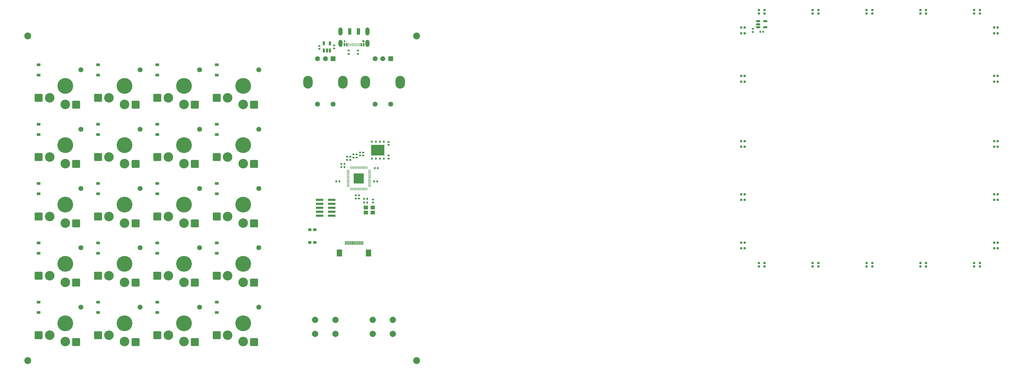
<source format=gbr>
%TF.GenerationSoftware,KiCad,Pcbnew,9.0.4*%
%TF.CreationDate,2025-09-26T23:39:01+02:00*%
%TF.ProjectId,ecad,65636164-2e6b-4696-9361-645f70636258,rev?*%
%TF.SameCoordinates,Original*%
%TF.FileFunction,Soldermask,Bot*%
%TF.FilePolarity,Negative*%
%FSLAX46Y46*%
G04 Gerber Fmt 4.6, Leading zero omitted, Abs format (unit mm)*
G04 Created by KiCad (PCBNEW 9.0.4) date 2025-09-26 23:39:01*
%MOMM*%
%LPD*%
G01*
G04 APERTURE LIST*
G04 Aperture macros list*
%AMRoundRect*
0 Rectangle with rounded corners*
0 $1 Rounding radius*
0 $2 $3 $4 $5 $6 $7 $8 $9 X,Y pos of 4 corners*
0 Add a 4 corners polygon primitive as box body*
4,1,4,$2,$3,$4,$5,$6,$7,$8,$9,$2,$3,0*
0 Add four circle primitives for the rounded corners*
1,1,$1+$1,$2,$3*
1,1,$1+$1,$4,$5*
1,1,$1+$1,$6,$7*
1,1,$1+$1,$8,$9*
0 Add four rect primitives between the rounded corners*
20,1,$1+$1,$2,$3,$4,$5,0*
20,1,$1+$1,$4,$5,$6,$7,0*
20,1,$1+$1,$6,$7,$8,$9,0*
20,1,$1+$1,$8,$9,$2,$3,0*%
G04 Aperture macros list end*
%ADD10RoundRect,0.225000X-0.375000X0.225000X-0.375000X-0.225000X0.375000X-0.225000X0.375000X0.225000X0*%
%ADD11C,1.600000*%
%ADD12C,3.050000*%
%ADD13C,5.050000*%
%ADD14RoundRect,0.250000X1.025000X1.000000X-1.025000X1.000000X-1.025000X-1.000000X1.025000X-1.000000X0*%
%ADD15RoundRect,0.250000X-0.550000X0.550000X-0.550000X-0.550000X0.550000X-0.550000X0.550000X0.550000X0*%
%ADD16O,3.000000X4.100000*%
%ADD17C,2.000000*%
%ADD18RoundRect,0.125000X0.125000X-0.250000X0.125000X0.250000X-0.125000X0.250000X-0.125000X-0.250000X0*%
%ADD19R,4.300000X3.400000*%
%ADD20C,2.200000*%
%ADD21RoundRect,0.140000X-0.170000X0.140000X-0.170000X-0.140000X0.170000X-0.140000X0.170000X0.140000X0*%
%ADD22R,0.700000X0.700000*%
%ADD23RoundRect,0.140000X0.170000X-0.140000X0.170000X0.140000X-0.170000X0.140000X-0.170000X-0.140000X0*%
%ADD24R,1.400000X1.200000*%
%ADD25RoundRect,0.140000X-0.140000X-0.170000X0.140000X-0.170000X0.140000X0.170000X-0.140000X0.170000X0*%
%ADD26RoundRect,0.150000X-0.512500X-0.150000X0.512500X-0.150000X0.512500X0.150000X-0.512500X0.150000X0*%
%ADD27RoundRect,0.135000X-0.185000X0.135000X-0.185000X-0.135000X0.185000X-0.135000X0.185000X0.135000X0*%
%ADD28R,2.400000X0.740000*%
%ADD29RoundRect,0.150000X0.150000X-0.512500X0.150000X0.512500X-0.150000X0.512500X-0.150000X-0.512500X0*%
%ADD30C,0.600000*%
%ADD31R,1.000000X2.000000*%
%ADD32O,0.850000X0.600000*%
%ADD33R,0.520000X1.000000*%
%ADD34R,0.270000X1.000000*%
%ADD35O,1.300000X2.600000*%
%ADD36O,1.300000X2.300000*%
%ADD37RoundRect,0.140000X0.140000X0.170000X-0.140000X0.170000X-0.140000X-0.170000X0.140000X-0.170000X0*%
%ADD38RoundRect,0.135000X0.135000X0.185000X-0.135000X0.185000X-0.135000X-0.185000X0.135000X-0.185000X0*%
%ADD39RoundRect,0.135000X0.185000X-0.135000X0.185000X0.135000X-0.185000X0.135000X-0.185000X-0.135000X0*%
%ADD40R,1.000000X0.900000*%
%ADD41RoundRect,0.050000X0.387500X0.050000X-0.387500X0.050000X-0.387500X-0.050000X0.387500X-0.050000X0*%
%ADD42RoundRect,0.050000X0.050000X0.387500X-0.050000X0.387500X-0.050000X-0.387500X0.050000X-0.387500X0*%
%ADD43R,3.200000X3.200000*%
%ADD44R,0.300000X1.300000*%
%ADD45R,1.800000X2.200000*%
G04 APERTURE END LIST*
D10*
%TO.C,D39*%
X88700000Y-83450000D03*
X88700000Y-80150000D03*
%TD*%
%TO.C,D40*%
X69700000Y-80150000D03*
X69700000Y-83450000D03*
%TD*%
%TO.C,D38*%
X107700000Y-80150000D03*
X107700000Y-83450000D03*
%TD*%
%TO.C,D37*%
X126700000Y-80150000D03*
X126700000Y-83450000D03*
%TD*%
%TO.C,D36*%
X69700000Y-99150000D03*
X69700000Y-102450000D03*
%TD*%
%TO.C,D35*%
X88700000Y-99150000D03*
X88700000Y-102450000D03*
%TD*%
%TO.C,D34*%
X107700000Y-99150000D03*
X107700000Y-102450000D03*
%TD*%
%TO.C,D33*%
X126700000Y-99150000D03*
X126700000Y-102450000D03*
%TD*%
%TO.C,D11*%
X69700000Y-137150000D03*
X69700000Y-140450000D03*
%TD*%
%TO.C,D10*%
X69700000Y-118150000D03*
X69700000Y-121450000D03*
%TD*%
%TO.C,D9*%
X88700000Y-156150000D03*
X88700000Y-159450000D03*
%TD*%
%TO.C,D8*%
X88700000Y-137150000D03*
X88700000Y-140450000D03*
%TD*%
%TO.C,D7*%
X88700000Y-118150000D03*
X88700000Y-121450000D03*
%TD*%
%TO.C,D6*%
X107700000Y-156150000D03*
X107700000Y-159450000D03*
%TD*%
%TO.C,D5*%
X107700000Y-137150000D03*
X107700000Y-140450000D03*
%TD*%
%TO.C,D4*%
X107700000Y-118150000D03*
X107700000Y-121450000D03*
%TD*%
%TO.C,D3*%
X126700000Y-156150000D03*
X126700000Y-159450000D03*
%TD*%
%TO.C,D2*%
X126700000Y-137150000D03*
X126700000Y-140450000D03*
%TD*%
%TO.C,D1*%
X126700000Y-118150000D03*
X126700000Y-121450000D03*
%TD*%
D11*
%TO.C,SW17*%
X121200000Y-100750000D03*
D12*
X116200000Y-111800000D03*
D13*
X116200000Y-105900000D03*
D12*
X111200000Y-109700000D03*
D14*
X119700000Y-111900000D03*
X107700000Y-109700000D03*
%TD*%
D11*
%TO.C,SW2*%
X140200000Y-138750000D03*
D12*
X135200000Y-149800000D03*
D13*
X135200000Y-143900000D03*
D12*
X130200000Y-147700000D03*
D14*
X138700000Y-149900000D03*
X126700000Y-147700000D03*
%TD*%
D11*
%TO.C,SW1*%
X140200000Y-119750000D03*
D12*
X135200000Y-130800000D03*
D13*
X135200000Y-124900000D03*
D12*
X130200000Y-128700000D03*
D14*
X138700000Y-130900000D03*
X126700000Y-128700000D03*
%TD*%
D11*
%TO.C,SW4*%
X121200000Y-119750000D03*
D12*
X116200000Y-130800000D03*
D13*
X116200000Y-124900000D03*
D12*
X111200000Y-128700000D03*
D14*
X119700000Y-130900000D03*
X107700000Y-128700000D03*
%TD*%
D11*
%TO.C,SW16*%
X140200000Y-100750000D03*
D12*
X135200000Y-111800000D03*
D13*
X135200000Y-105900000D03*
D12*
X130200000Y-109700000D03*
D14*
X138700000Y-111900000D03*
X126700000Y-109700000D03*
%TD*%
D15*
%TO.C,SW11*%
X164000000Y-78200000D03*
D11*
X159000000Y-78200000D03*
X161500000Y-78200000D03*
X164000000Y-92700000D03*
X159000000Y-92700000D03*
D16*
X167100000Y-85700000D03*
X155900000Y-85700000D03*
%TD*%
D11*
%TO.C,SW23*%
X83200000Y-81750000D03*
D12*
X78200000Y-92800000D03*
D13*
X78200000Y-86900000D03*
D12*
X73200000Y-90700000D03*
D14*
X81700000Y-92900000D03*
X69700000Y-90700000D03*
%TD*%
D17*
%TO.C,SW24*%
X176650000Y-161850000D03*
X183150000Y-161850000D03*
X176650000Y-166350000D03*
X183150000Y-166350000D03*
%TD*%
D11*
%TO.C,SW8*%
X102200000Y-138750000D03*
D12*
X97200000Y-149800000D03*
D13*
X97200000Y-143900000D03*
D12*
X92200000Y-147700000D03*
D14*
X100700000Y-149900000D03*
X88700000Y-147700000D03*
%TD*%
D11*
%TO.C,SW18*%
X102200000Y-100750000D03*
D12*
X97200000Y-111800000D03*
D13*
X97200000Y-105900000D03*
D12*
X92200000Y-109700000D03*
D14*
X100700000Y-111900000D03*
X88700000Y-109700000D03*
%TD*%
D15*
%TO.C,SW10*%
X182400000Y-78200000D03*
D11*
X177400000Y-78200000D03*
X179900000Y-78200000D03*
X182400000Y-92700000D03*
X177400000Y-92700000D03*
D16*
X185500000Y-85700000D03*
X174300000Y-85700000D03*
%TD*%
D11*
%TO.C,SW13*%
X83200000Y-138750000D03*
D12*
X78200000Y-149800000D03*
D13*
X78200000Y-143900000D03*
D12*
X73200000Y-147700000D03*
D14*
X81700000Y-149900000D03*
X69700000Y-147700000D03*
%TD*%
D11*
%TO.C,SW6*%
X121200000Y-157750000D03*
D12*
X116200000Y-168800000D03*
D13*
X116200000Y-162900000D03*
D12*
X111200000Y-166700000D03*
D14*
X119700000Y-168900000D03*
X107700000Y-166700000D03*
%TD*%
D17*
%TO.C,SW25*%
X158250000Y-161850000D03*
X164750000Y-161850000D03*
X158250000Y-166350000D03*
X164750000Y-166350000D03*
%TD*%
D11*
%TO.C,SW7*%
X102200000Y-119750000D03*
D12*
X97200000Y-130800000D03*
D13*
X97200000Y-124900000D03*
D12*
X92200000Y-128700000D03*
D14*
X100700000Y-130900000D03*
X88700000Y-128700000D03*
%TD*%
D11*
%TO.C,SW3*%
X140200000Y-157750000D03*
D12*
X135200000Y-168800000D03*
D13*
X135200000Y-162900000D03*
D12*
X130200000Y-166700000D03*
D14*
X138700000Y-168900000D03*
X126700000Y-166700000D03*
%TD*%
D11*
%TO.C,SW21*%
X121200000Y-81750000D03*
D12*
X116200000Y-92800000D03*
D13*
X116200000Y-86900000D03*
D12*
X111200000Y-90700000D03*
D14*
X119700000Y-92900000D03*
X107700000Y-90700000D03*
%TD*%
D11*
%TO.C,SW14*%
X83200000Y-157750000D03*
D12*
X78200000Y-168800000D03*
D13*
X78200000Y-162900000D03*
D12*
X73200000Y-166700000D03*
D14*
X81700000Y-168900000D03*
X69700000Y-166700000D03*
%TD*%
D11*
%TO.C,SW12*%
X83200000Y-119750000D03*
D12*
X78200000Y-130800000D03*
D13*
X78200000Y-124900000D03*
D12*
X73200000Y-128700000D03*
D14*
X81700000Y-130900000D03*
X69700000Y-128700000D03*
%TD*%
D11*
%TO.C,SW20*%
X140200000Y-81750000D03*
D12*
X135200000Y-92800000D03*
D13*
X135200000Y-86900000D03*
D12*
X130200000Y-90700000D03*
D14*
X138700000Y-92900000D03*
X126700000Y-90700000D03*
%TD*%
D11*
%TO.C,SW22*%
X102200000Y-81750000D03*
D12*
X97200000Y-92800000D03*
D13*
X97200000Y-86900000D03*
D12*
X92200000Y-90700000D03*
D14*
X100700000Y-92900000D03*
X88700000Y-90700000D03*
%TD*%
D11*
%TO.C,SW5*%
X121200000Y-138750000D03*
D12*
X116200000Y-149800000D03*
D13*
X116200000Y-143900000D03*
D12*
X111200000Y-147700000D03*
D14*
X119700000Y-149900000D03*
X107700000Y-147700000D03*
%TD*%
D11*
%TO.C,SW19*%
X83200000Y-100750000D03*
D12*
X78200000Y-111800000D03*
D13*
X78200000Y-105900000D03*
D12*
X73200000Y-109700000D03*
D14*
X81700000Y-111900000D03*
X69700000Y-109700000D03*
%TD*%
D11*
%TO.C,SW9*%
X102200000Y-157750000D03*
D12*
X97200000Y-168800000D03*
D13*
X97200000Y-162900000D03*
D12*
X92200000Y-166700000D03*
D14*
X100700000Y-168900000D03*
X88700000Y-166700000D03*
%TD*%
D18*
%TO.C,U5*%
X180205000Y-110200000D03*
X178935000Y-110200000D03*
X177665000Y-110200000D03*
X176395000Y-110200000D03*
X176395000Y-104800000D03*
X177665000Y-104800000D03*
X178935000Y-104800000D03*
X180205000Y-104800000D03*
D19*
X178300000Y-107500000D03*
%TD*%
D20*
%TO.C,H2*%
X66200000Y-70900000D03*
%TD*%
D21*
%TO.C,C4*%
X172300000Y-121989818D03*
X172300000Y-122949818D03*
%TD*%
D22*
%TO.C,D18*%
X319415000Y-143585000D03*
X319415000Y-144685000D03*
X317585000Y-144685000D03*
X317585000Y-143585000D03*
%TD*%
D21*
%TO.C,C14*%
X171300000Y-121989818D03*
X171300000Y-122949818D03*
%TD*%
D22*
%TO.C,D23*%
X375700000Y-104570000D03*
X376800000Y-104570000D03*
X376800000Y-106400000D03*
X375700000Y-106400000D03*
%TD*%
%TO.C,D17*%
X295800000Y-123400000D03*
X294700000Y-123400000D03*
X294700000Y-121570000D03*
X295800000Y-121570000D03*
%TD*%
%TO.C,D31*%
X375700000Y-137070000D03*
X376800000Y-137070000D03*
X376800000Y-138900000D03*
X375700000Y-138900000D03*
%TD*%
D21*
%TO.C,C2*%
X164359000Y-73920000D03*
X164359000Y-74880000D03*
%TD*%
D23*
%TO.C,C12*%
X169500000Y-110580000D03*
X169500000Y-109620000D03*
%TD*%
D22*
%TO.C,D32*%
X300335000Y-63685000D03*
X300335000Y-62585000D03*
X302165000Y-62585000D03*
X302165000Y-63685000D03*
%TD*%
D24*
%TO.C,Y1*%
X174500000Y-125850000D03*
X176700000Y-125850000D03*
X176700000Y-127450000D03*
X174500000Y-127450000D03*
%TD*%
D25*
%TO.C,C10*%
X177320000Y-113200000D03*
X178280000Y-113200000D03*
%TD*%
D26*
%TO.C,U4*%
X300112500Y-68085000D03*
X300112500Y-67135000D03*
X300112500Y-66185000D03*
X302387500Y-66185000D03*
X302387500Y-68085000D03*
%TD*%
D22*
%TO.C,D26*%
X353915000Y-143585000D03*
X353915000Y-144685000D03*
X352085000Y-144685000D03*
X352085000Y-143585000D03*
%TD*%
D27*
%TO.C,R7*%
X298450000Y-68625000D03*
X298450000Y-69645000D03*
%TD*%
D22*
%TO.C,D14*%
X302165000Y-143585000D03*
X302165000Y-144685000D03*
X300335000Y-144685000D03*
X300335000Y-143585000D03*
%TD*%
%TO.C,D21*%
X295800000Y-106400000D03*
X294700000Y-106400000D03*
X294700000Y-104570000D03*
X295800000Y-104570000D03*
%TD*%
D28*
%TO.C,J1*%
X163550000Y-123360000D03*
X159650000Y-123360000D03*
X163550000Y-124630000D03*
X159650000Y-124630000D03*
X163550000Y-125900000D03*
X159650000Y-125900000D03*
X163550000Y-127170000D03*
X159650000Y-127170000D03*
X163550000Y-128440000D03*
X159650000Y-128440000D03*
%TD*%
D25*
%TO.C,C16*%
X173920000Y-124250000D03*
X174880000Y-124250000D03*
%TD*%
D22*
%TO.C,D19*%
X375700000Y-83720000D03*
X376800000Y-83720000D03*
X376800000Y-85550000D03*
X375700000Y-85550000D03*
%TD*%
%TO.C,D13*%
X295800000Y-138900000D03*
X294700000Y-138900000D03*
X294700000Y-137070000D03*
X295800000Y-137070000D03*
%TD*%
%TO.C,D24*%
X334835000Y-63685000D03*
X334835000Y-62585000D03*
X336665000Y-62585000D03*
X336665000Y-63685000D03*
%TD*%
%TO.C,D22*%
X336665000Y-143585000D03*
X336665000Y-144685000D03*
X334835000Y-144685000D03*
X334835000Y-143585000D03*
%TD*%
D29*
%TO.C,U1*%
X162950000Y-75537500D03*
X162000000Y-75537500D03*
X161050000Y-75537500D03*
X161050000Y-73262500D03*
X162950000Y-73262500D03*
%TD*%
D30*
%TO.C,J2*%
X167700000Y-72550000D03*
D31*
X169300000Y-69450000D03*
X172100000Y-69450000D03*
D32*
X173700000Y-72550000D03*
D33*
X167600000Y-73650000D03*
X168350000Y-73650000D03*
D34*
X168950000Y-73650000D03*
X170450000Y-73650000D03*
X171450000Y-73650000D03*
X172450000Y-73650000D03*
D33*
X173050000Y-73650000D03*
X173800000Y-73650000D03*
X173800000Y-73650000D03*
X173050000Y-73650000D03*
D34*
X171950000Y-73650000D03*
X170950000Y-73650000D03*
X169950000Y-73650000D03*
X169450000Y-73650000D03*
D33*
X168350000Y-73650000D03*
X167600000Y-73650000D03*
D35*
X166380000Y-69450000D03*
D36*
X166380000Y-73275000D03*
D35*
X175020000Y-69450000D03*
D36*
X175020000Y-73275000D03*
%TD*%
D23*
%TO.C,C3*%
X168500000Y-110580000D03*
X168500000Y-109620000D03*
%TD*%
D22*
%TO.C,D27*%
X375700000Y-121570000D03*
X376800000Y-121570000D03*
X376800000Y-123400000D03*
X375700000Y-123400000D03*
%TD*%
D37*
%TO.C,C5*%
X165980000Y-117500000D03*
X165020000Y-117500000D03*
%TD*%
%TO.C,C18*%
X301730000Y-69535000D03*
X300770000Y-69535000D03*
%TD*%
D23*
%TO.C,C15*%
X176800000Y-124230000D03*
X176800000Y-123270000D03*
%TD*%
D38*
%TO.C,R1*%
X174910000Y-123050000D03*
X173890000Y-123050000D03*
%TD*%
D39*
%TO.C,R5*%
X168950000Y-76610000D03*
X168950000Y-75590000D03*
%TD*%
D22*
%TO.C,D28*%
X317585000Y-63685000D03*
X317585000Y-62585000D03*
X319415000Y-62585000D03*
X319415000Y-63685000D03*
%TD*%
D39*
%TO.C,R4*%
X181800000Y-110210000D03*
X181800000Y-109190000D03*
%TD*%
%TO.C,R3*%
X171500000Y-109810000D03*
X171500000Y-108790000D03*
%TD*%
D40*
%TO.C,SW15*%
X158100000Y-137050000D03*
X158100000Y-132950000D03*
X156500000Y-137050000D03*
X156500000Y-132950000D03*
%TD*%
D22*
%TO.C,D15*%
X375700000Y-68220000D03*
X376800000Y-68220000D03*
X376800000Y-70050000D03*
X375700000Y-70050000D03*
%TD*%
%TO.C,D20*%
X352085000Y-63685000D03*
X352085000Y-62585000D03*
X353915000Y-62585000D03*
X353915000Y-63685000D03*
%TD*%
D23*
%TO.C,C13*%
X173600000Y-109180000D03*
X173600000Y-108220000D03*
%TD*%
D39*
%TO.C,R6*%
X171950000Y-76610000D03*
X171950000Y-75590000D03*
%TD*%
D23*
%TO.C,C8*%
X172600000Y-109180000D03*
X172600000Y-108220000D03*
%TD*%
D22*
%TO.C,D30*%
X371165000Y-143585000D03*
X371165000Y-144685000D03*
X369335000Y-144685000D03*
X369335000Y-143585000D03*
%TD*%
D20*
%TO.C,H4*%
X66200000Y-174900000D03*
%TD*%
D37*
%TO.C,C6*%
X167580000Y-112900000D03*
X166620000Y-112900000D03*
%TD*%
D23*
%TO.C,C17*%
X181800000Y-105780000D03*
X181800000Y-104820000D03*
%TD*%
D41*
%TO.C,U2*%
X175637500Y-113900000D03*
X175637500Y-114300000D03*
X175637500Y-114700000D03*
X175637500Y-115100000D03*
X175637500Y-115500000D03*
X175637500Y-115900000D03*
X175637500Y-116300000D03*
X175637500Y-116700000D03*
X175637500Y-117100000D03*
X175637500Y-117500000D03*
X175637500Y-117900000D03*
X175637500Y-118300000D03*
X175637500Y-118700000D03*
X175637500Y-119100000D03*
D42*
X174800000Y-119937500D03*
X174400000Y-119937500D03*
X174000000Y-119937500D03*
X173600000Y-119937500D03*
X173200000Y-119937500D03*
X172800000Y-119937500D03*
X172400000Y-119937500D03*
X172000000Y-119937500D03*
X171600000Y-119937500D03*
X171200000Y-119937500D03*
X170800000Y-119937500D03*
X170400000Y-119937500D03*
X170000000Y-119937500D03*
X169600000Y-119937500D03*
D41*
X168762500Y-119100000D03*
X168762500Y-118700000D03*
X168762500Y-118300000D03*
X168762500Y-117900000D03*
X168762500Y-117500000D03*
X168762500Y-117100000D03*
X168762500Y-116700000D03*
X168762500Y-116300000D03*
X168762500Y-115900000D03*
X168762500Y-115500000D03*
X168762500Y-115100000D03*
X168762500Y-114700000D03*
X168762500Y-114300000D03*
X168762500Y-113900000D03*
D42*
X169600000Y-113062500D03*
X170000000Y-113062500D03*
X170400000Y-113062500D03*
X170800000Y-113062500D03*
X171200000Y-113062500D03*
X171600000Y-113062500D03*
X172000000Y-113062500D03*
X172400000Y-113062500D03*
X172800000Y-113062500D03*
X173200000Y-113062500D03*
X173600000Y-113062500D03*
X174000000Y-113062500D03*
X174400000Y-113062500D03*
X174800000Y-113062500D03*
D43*
X172200000Y-116500000D03*
%TD*%
D22*
%TO.C,D25*%
X295800000Y-85550000D03*
X294700000Y-85550000D03*
X294700000Y-83720000D03*
X295800000Y-83720000D03*
%TD*%
D20*
%TO.C,H1*%
X190700000Y-70900000D03*
%TD*%
D44*
%TO.C,J3*%
X173450000Y-137150000D03*
X172950000Y-137150000D03*
X172450000Y-137150000D03*
X171950000Y-137150000D03*
X171450000Y-137150000D03*
X170950000Y-137150000D03*
X170450000Y-137150000D03*
X169950000Y-137150000D03*
X169450000Y-137150000D03*
X168950000Y-137150000D03*
X168450000Y-137150000D03*
X167950000Y-137150000D03*
D45*
X175350000Y-140400000D03*
X166050000Y-140400000D03*
%TD*%
D37*
%TO.C,C11*%
X167580000Y-111900000D03*
X166620000Y-111900000D03*
%TD*%
D25*
%TO.C,C7*%
X177120000Y-117500000D03*
X178080000Y-117500000D03*
%TD*%
D39*
%TO.C,R2*%
X170500000Y-109810000D03*
X170500000Y-108790000D03*
%TD*%
D20*
%TO.C,H3*%
X190700000Y-174900000D03*
%TD*%
D22*
%TO.C,D16*%
X369335000Y-63685000D03*
X369335000Y-62585000D03*
X371165000Y-62585000D03*
X371165000Y-63685000D03*
%TD*%
D23*
%TO.C,C1*%
X159600000Y-75080000D03*
X159600000Y-74120000D03*
%TD*%
D22*
%TO.C,D29*%
X295800000Y-70050000D03*
X294700000Y-70050000D03*
X294700000Y-68220000D03*
X295800000Y-68220000D03*
%TD*%
D10*
%TO.C,D12*%
X69700000Y-156150000D03*
X69700000Y-159450000D03*
%TD*%
M02*

</source>
